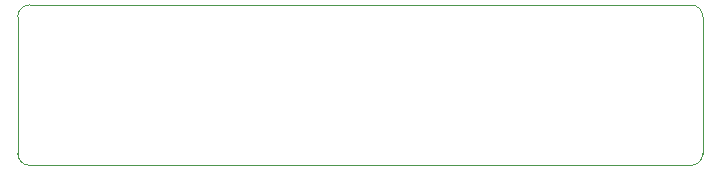
<source format=gbr>
%TF.GenerationSoftware,KiCad,Pcbnew,9.0.0*%
%TF.CreationDate,2025-04-21T19:14:20+02:00*%
%TF.ProjectId,HUSB238_3.3V_Version,48555342-3233-4385-9f33-2e33565f5665,rev?*%
%TF.SameCoordinates,Original*%
%TF.FileFunction,Profile,NP*%
%FSLAX46Y46*%
G04 Gerber Fmt 4.6, Leading zero omitted, Abs format (unit mm)*
G04 Created by KiCad (PCBNEW 9.0.0) date 2025-04-21 19:14:20*
%MOMM*%
%LPD*%
G01*
G04 APERTURE LIST*
%TA.AperFunction,Profile*%
%ADD10C,0.100000*%
%TD*%
G04 APERTURE END LIST*
D10*
X106000000Y-106207107D02*
X162000000Y-106207107D01*
X162000000Y-119792905D02*
X106000000Y-119792905D01*
X163000000Y-107207107D02*
X163000000Y-118793000D01*
X105000000Y-118789738D02*
X105000000Y-107207107D01*
X162000000Y-106207107D02*
G75*
G02*
X162999993Y-107207107I0J-999993D01*
G01*
X163000000Y-118792905D02*
G75*
G02*
X162000000Y-119792900I-999900J-95D01*
G01*
X106000000Y-119792905D02*
G75*
G02*
X104999995Y-118792905I0J1000005D01*
G01*
X105000000Y-107207107D02*
G75*
G02*
X106000000Y-106207100I999900J107D01*
G01*
M02*

</source>
